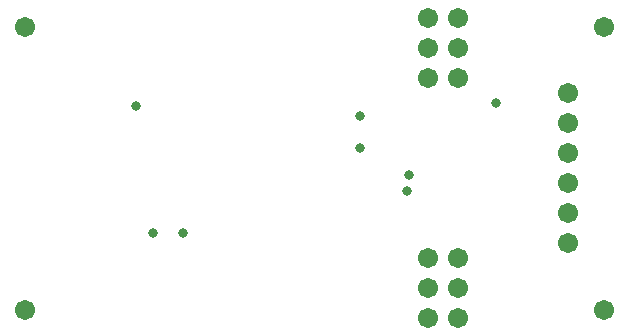
<source format=gbs>
G04*
G04 #@! TF.GenerationSoftware,Altium Limited,Altium Designer,19.1.8 (144)*
G04*
G04 Layer_Color=16711935*
%FSLAX25Y25*%
%MOIN*%
G70*
G01*
G75*
%ADD22C,0.06706*%
%ADD23C,0.03162*%
D22*
X204724Y11811D02*
D03*
Y106299D02*
D03*
X11811D02*
D03*
X156220Y89213D02*
D03*
X146221D02*
D03*
X192913Y84055D02*
D03*
Y74055D02*
D03*
Y64055D02*
D03*
Y54055D02*
D03*
Y44055D02*
D03*
Y34055D02*
D03*
X156220Y29213D02*
D03*
X146221D02*
D03*
X156220Y109213D02*
D03*
X146221D02*
D03*
X156220Y9213D02*
D03*
X146221D02*
D03*
X156220Y19213D02*
D03*
X146221D02*
D03*
X156220Y99213D02*
D03*
X146221D02*
D03*
X11811Y11811D02*
D03*
D23*
X168898Y80709D02*
D03*
X123622Y76378D02*
D03*
Y65748D02*
D03*
X138976Y51575D02*
D03*
X139764Y56693D02*
D03*
X48819Y79921D02*
D03*
X54331Y37402D02*
D03*
X64567D02*
D03*
M02*

</source>
